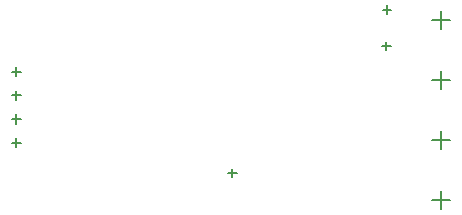
<source format=gbr>
G04*
G04 #@! TF.GenerationSoftware,Altium Limited,Altium Designer,23.0.1 (38)*
G04*
G04 Layer_Color=128*
%FSLAX25Y25*%
%MOIN*%
G70*
G04*
G04 #@! TF.SameCoordinates,C317ACD7-2F99-4A28-9CC3-B5CC64B43C24*
G04*
G04*
G04 #@! TF.FilePolarity,Positive*
G04*
G01*
G75*
%ADD14C,0.00500*%
D14*
X451506Y401494D02*
X457506D01*
X454506Y398494D02*
Y404494D01*
X451500Y421500D02*
X457500D01*
X454500Y418500D02*
Y424500D01*
X451467Y441533D02*
X457467D01*
X454467Y438533D02*
Y444533D01*
X451506Y381494D02*
X457506D01*
X454506Y378494D02*
Y384494D01*
X311425Y424311D02*
X314575D01*
X313000Y422736D02*
Y425886D01*
X311425Y416437D02*
X314575D01*
X313000Y414862D02*
Y418012D01*
X311425Y408563D02*
X314575D01*
X313000Y406988D02*
Y410138D01*
X311425Y400689D02*
X314575D01*
X313000Y399114D02*
Y402264D01*
X434926Y432906D02*
X437726D01*
X436326Y431506D02*
Y434306D01*
X435100Y445000D02*
X437900D01*
X436500Y443600D02*
Y446400D01*
X383600Y390500D02*
X386400D01*
X385000Y389100D02*
Y391900D01*
M02*

</source>
